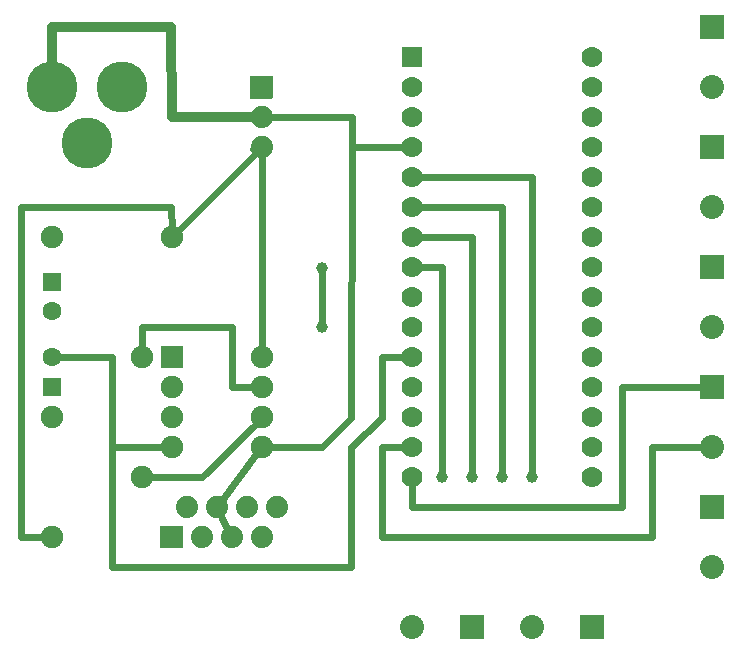
<source format=gbl>
G04 MADE WITH FRITZING*
G04 WWW.FRITZING.ORG*
G04 DOUBLE SIDED*
G04 HOLES PLATED*
G04 CONTOUR ON CENTER OF CONTOUR VECTOR*
%ASAXBY*%
%FSLAX23Y23*%
%MOIN*%
%OFA0B0*%
%SFA1.0B1.0*%
%ADD10C,0.070000*%
%ADD11C,0.074000*%
%ADD12C,0.170000*%
%ADD13C,0.080000*%
%ADD14C,0.075000*%
%ADD15C,0.062992*%
%ADD16C,0.039370*%
%ADD17R,0.069972X0.070000*%
%ADD18R,0.080000X0.080000*%
%ADD19R,0.075000X0.075000*%
%ADD20R,0.062992X0.062992*%
%ADD21C,0.032000*%
%ADD22C,0.024000*%
%ADD23R,0.001000X0.001000*%
%LNCOPPER0*%
G90*
G70*
G54D10*
X1411Y2193D03*
X1411Y2093D03*
X1411Y1993D03*
X1411Y1893D03*
X1411Y1793D03*
X1411Y1693D03*
X1411Y1593D03*
X1411Y1493D03*
X1411Y1393D03*
X1411Y1293D03*
X1411Y1193D03*
X1411Y1093D03*
X1411Y993D03*
X1411Y893D03*
X1411Y793D03*
X2011Y2193D03*
X2011Y2093D03*
X2011Y1993D03*
X2011Y1893D03*
X2011Y1793D03*
X2011Y1693D03*
X2011Y1593D03*
X2011Y1493D03*
X2011Y1393D03*
X2011Y1293D03*
X2011Y1193D03*
X2011Y1093D03*
X2011Y993D03*
X2011Y893D03*
X2011Y793D03*
G54D11*
X911Y2093D03*
X911Y1993D03*
X911Y1893D03*
G54D12*
X447Y2093D03*
X211Y2093D03*
X329Y1908D03*
G54D13*
X2411Y2293D03*
X2411Y2093D03*
X2011Y293D03*
X1811Y293D03*
X2411Y1893D03*
X2411Y1693D03*
X1611Y293D03*
X1411Y293D03*
X2411Y693D03*
X2411Y493D03*
X2411Y1493D03*
X2411Y1293D03*
X2411Y1093D03*
X2411Y893D03*
G54D11*
X961Y693D03*
X911Y593D03*
X861Y693D03*
X761Y693D03*
X661Y693D03*
X811Y593D03*
X711Y593D03*
X611Y593D03*
G54D14*
X611Y1193D03*
X911Y1193D03*
X611Y1093D03*
X911Y1093D03*
X611Y993D03*
X911Y993D03*
X611Y893D03*
X911Y893D03*
X511Y793D03*
X511Y1193D03*
G54D15*
X211Y1094D03*
X211Y1193D03*
X211Y1445D03*
X211Y1347D03*
G54D14*
X211Y993D03*
X211Y593D03*
X211Y1593D03*
X611Y1593D03*
G54D16*
X1111Y1293D03*
X1711Y793D03*
X1611Y793D03*
X1511Y793D03*
X1811Y793D03*
X1111Y1492D03*
G54D17*
X1411Y2193D03*
G54D18*
X2411Y2293D03*
X2011Y293D03*
X2411Y1893D03*
X1611Y293D03*
X2411Y693D03*
X2411Y1493D03*
X2411Y1093D03*
G54D19*
X611Y1193D03*
G54D20*
X211Y1094D03*
X211Y1445D03*
G54D21*
X610Y2293D02*
X211Y2293D01*
D02*
X880Y1993D02*
X612Y1993D01*
D02*
X612Y1993D02*
X610Y2293D01*
D02*
X211Y2293D02*
X211Y2163D01*
G54D22*
D02*
X1211Y1993D02*
X1211Y1893D01*
D02*
X1211Y1893D02*
X1382Y1893D01*
D02*
X942Y1993D02*
X1211Y1993D01*
D02*
X1112Y894D02*
X940Y893D01*
D02*
X1210Y992D02*
X1112Y894D01*
D02*
X1211Y1893D02*
X1210Y992D01*
D02*
X894Y870D02*
X780Y717D01*
D02*
X775Y665D02*
X797Y620D01*
D02*
X911Y1221D02*
X911Y1893D01*
D02*
X882Y1093D02*
X811Y1093D01*
D02*
X811Y1293D02*
X511Y1293D01*
D02*
X511Y1293D02*
X511Y1221D01*
D02*
X811Y1093D02*
X811Y1293D01*
D02*
X711Y793D02*
X540Y793D01*
D02*
X891Y972D02*
X711Y793D01*
D02*
X1411Y693D02*
X1411Y764D01*
D02*
X2111Y693D02*
X1411Y693D01*
D02*
X2380Y1093D02*
X2111Y1093D01*
D02*
X2111Y1093D02*
X2111Y693D01*
D02*
X2211Y893D02*
X2211Y593D01*
D02*
X2211Y593D02*
X1311Y593D01*
D02*
X2380Y893D02*
X2211Y893D01*
D02*
X1311Y593D02*
X1311Y893D01*
D02*
X1311Y893D02*
X1382Y893D01*
D02*
X1811Y812D02*
X1811Y1793D01*
D02*
X1811Y1793D02*
X1440Y1793D01*
D02*
X1711Y812D02*
X1711Y1693D01*
D02*
X1711Y1693D02*
X1440Y1693D01*
D02*
X1611Y1593D02*
X1611Y812D01*
D02*
X1440Y1593D02*
X1611Y1593D01*
D02*
X1511Y1493D02*
X1511Y812D01*
D02*
X1440Y1493D02*
X1511Y1493D01*
D02*
X411Y493D02*
X1210Y493D01*
D02*
X411Y894D02*
X411Y493D01*
D02*
X1210Y493D02*
X1210Y894D01*
D02*
X1210Y894D02*
X1311Y992D01*
D02*
X1311Y1194D02*
X1382Y1193D01*
D02*
X582Y893D02*
X411Y894D01*
D02*
X1311Y992D02*
X1311Y1194D01*
D02*
X411Y1194D02*
X411Y894D01*
D02*
X238Y1193D02*
X411Y1194D01*
D02*
X411Y894D02*
X582Y893D01*
D02*
X910Y1892D02*
X881Y1886D01*
D02*
X631Y1613D02*
X910Y1892D01*
D02*
X110Y594D02*
X110Y1693D01*
D02*
X110Y1693D02*
X610Y1693D01*
D02*
X610Y1693D02*
X611Y1621D01*
D02*
X182Y593D02*
X110Y594D01*
D02*
X1111Y1473D02*
X1111Y1312D01*
G54D23*
X874Y2129D02*
X947Y2129D01*
X874Y2128D02*
X947Y2128D01*
X874Y2127D02*
X947Y2127D01*
X874Y2126D02*
X947Y2126D01*
X874Y2125D02*
X947Y2125D01*
X874Y2124D02*
X947Y2124D01*
X874Y2123D02*
X947Y2123D01*
X874Y2122D02*
X947Y2122D01*
X874Y2121D02*
X947Y2121D01*
X874Y2120D02*
X947Y2120D01*
X874Y2119D02*
X947Y2119D01*
X874Y2118D02*
X947Y2118D01*
X874Y2117D02*
X947Y2117D01*
X874Y2116D02*
X947Y2116D01*
X874Y2115D02*
X947Y2115D01*
X874Y2114D02*
X947Y2114D01*
X874Y2113D02*
X947Y2113D01*
X874Y2112D02*
X905Y2112D01*
X915Y2112D02*
X947Y2112D01*
X874Y2111D02*
X902Y2111D01*
X919Y2111D02*
X947Y2111D01*
X874Y2110D02*
X900Y2110D01*
X920Y2110D02*
X947Y2110D01*
X874Y2109D02*
X898Y2109D01*
X922Y2109D02*
X947Y2109D01*
X874Y2108D02*
X897Y2108D01*
X923Y2108D02*
X947Y2108D01*
X874Y2107D02*
X896Y2107D01*
X924Y2107D02*
X947Y2107D01*
X874Y2106D02*
X895Y2106D01*
X925Y2106D02*
X947Y2106D01*
X874Y2105D02*
X894Y2105D01*
X926Y2105D02*
X947Y2105D01*
X874Y2104D02*
X894Y2104D01*
X927Y2104D02*
X947Y2104D01*
X874Y2103D02*
X893Y2103D01*
X928Y2103D02*
X947Y2103D01*
X874Y2102D02*
X892Y2102D01*
X928Y2102D02*
X947Y2102D01*
X874Y2101D02*
X892Y2101D01*
X929Y2101D02*
X947Y2101D01*
X874Y2100D02*
X891Y2100D01*
X929Y2100D02*
X947Y2100D01*
X874Y2099D02*
X891Y2099D01*
X929Y2099D02*
X947Y2099D01*
X874Y2098D02*
X891Y2098D01*
X930Y2098D02*
X947Y2098D01*
X874Y2097D02*
X891Y2097D01*
X930Y2097D02*
X947Y2097D01*
X874Y2096D02*
X890Y2096D01*
X930Y2096D02*
X947Y2096D01*
X874Y2095D02*
X890Y2095D01*
X930Y2095D02*
X947Y2095D01*
X874Y2094D02*
X890Y2094D01*
X930Y2094D02*
X947Y2094D01*
X874Y2093D02*
X890Y2093D01*
X930Y2093D02*
X947Y2093D01*
X874Y2092D02*
X890Y2092D01*
X930Y2092D02*
X947Y2092D01*
X874Y2091D02*
X890Y2091D01*
X930Y2091D02*
X947Y2091D01*
X874Y2090D02*
X890Y2090D01*
X930Y2090D02*
X947Y2090D01*
X874Y2089D02*
X891Y2089D01*
X930Y2089D02*
X947Y2089D01*
X874Y2088D02*
X891Y2088D01*
X930Y2088D02*
X947Y2088D01*
X874Y2087D02*
X891Y2087D01*
X929Y2087D02*
X947Y2087D01*
X874Y2086D02*
X891Y2086D01*
X929Y2086D02*
X947Y2086D01*
X874Y2085D02*
X892Y2085D01*
X929Y2085D02*
X947Y2085D01*
X874Y2084D02*
X892Y2084D01*
X928Y2084D02*
X947Y2084D01*
X874Y2083D02*
X893Y2083D01*
X928Y2083D02*
X947Y2083D01*
X874Y2082D02*
X893Y2082D01*
X927Y2082D02*
X947Y2082D01*
X874Y2081D02*
X894Y2081D01*
X926Y2081D02*
X947Y2081D01*
X874Y2080D02*
X895Y2080D01*
X925Y2080D02*
X947Y2080D01*
X874Y2079D02*
X896Y2079D01*
X925Y2079D02*
X947Y2079D01*
X874Y2078D02*
X897Y2078D01*
X923Y2078D02*
X947Y2078D01*
X874Y2077D02*
X898Y2077D01*
X922Y2077D02*
X947Y2077D01*
X874Y2076D02*
X900Y2076D01*
X921Y2076D02*
X947Y2076D01*
X874Y2075D02*
X902Y2075D01*
X919Y2075D02*
X947Y2075D01*
X874Y2074D02*
X905Y2074D01*
X916Y2074D02*
X947Y2074D01*
X874Y2073D02*
X947Y2073D01*
X874Y2072D02*
X947Y2072D01*
X874Y2071D02*
X947Y2071D01*
X874Y2070D02*
X947Y2070D01*
X874Y2069D02*
X947Y2069D01*
X874Y2068D02*
X947Y2068D01*
X874Y2067D02*
X947Y2067D01*
X874Y2066D02*
X947Y2066D01*
X874Y2065D02*
X947Y2065D01*
X874Y2064D02*
X947Y2064D01*
X874Y2063D02*
X947Y2063D01*
X874Y2062D02*
X947Y2062D01*
X874Y2061D02*
X947Y2061D01*
X874Y2060D02*
X947Y2060D01*
X874Y2059D02*
X947Y2059D01*
X874Y2058D02*
X947Y2058D01*
X874Y2057D02*
X947Y2057D01*
X874Y2056D02*
X946Y2056D01*
X574Y630D02*
X646Y630D01*
X574Y629D02*
X647Y629D01*
X574Y628D02*
X647Y628D01*
X574Y627D02*
X647Y627D01*
X574Y626D02*
X647Y626D01*
X574Y625D02*
X647Y625D01*
X574Y624D02*
X647Y624D01*
X574Y623D02*
X647Y623D01*
X574Y622D02*
X647Y622D01*
X574Y621D02*
X647Y621D01*
X574Y620D02*
X647Y620D01*
X574Y619D02*
X647Y619D01*
X574Y618D02*
X647Y618D01*
X574Y617D02*
X647Y617D01*
X574Y616D02*
X647Y616D01*
X574Y615D02*
X647Y615D01*
X574Y614D02*
X647Y614D01*
X574Y613D02*
X647Y613D01*
X574Y612D02*
X605Y612D01*
X616Y612D02*
X647Y612D01*
X574Y611D02*
X602Y611D01*
X619Y611D02*
X647Y611D01*
X574Y610D02*
X600Y610D01*
X621Y610D02*
X647Y610D01*
X574Y609D02*
X598Y609D01*
X622Y609D02*
X647Y609D01*
X574Y608D02*
X597Y608D01*
X624Y608D02*
X647Y608D01*
X574Y607D02*
X596Y607D01*
X625Y607D02*
X647Y607D01*
X574Y606D02*
X595Y606D01*
X626Y606D02*
X647Y606D01*
X574Y605D02*
X594Y605D01*
X626Y605D02*
X647Y605D01*
X574Y604D02*
X594Y604D01*
X627Y604D02*
X647Y604D01*
X574Y603D02*
X593Y603D01*
X628Y603D02*
X647Y603D01*
X574Y602D02*
X592Y602D01*
X628Y602D02*
X647Y602D01*
X574Y601D02*
X592Y601D01*
X629Y601D02*
X647Y601D01*
X574Y600D02*
X592Y600D01*
X629Y600D02*
X647Y600D01*
X574Y599D02*
X591Y599D01*
X630Y599D02*
X647Y599D01*
X574Y598D02*
X591Y598D01*
X630Y598D02*
X647Y598D01*
X574Y597D02*
X591Y597D01*
X630Y597D02*
X647Y597D01*
X574Y596D02*
X590Y596D01*
X630Y596D02*
X647Y596D01*
X574Y595D02*
X590Y595D01*
X630Y595D02*
X647Y595D01*
X574Y594D02*
X590Y594D01*
X630Y594D02*
X647Y594D01*
X574Y593D02*
X590Y593D01*
X631Y593D02*
X647Y593D01*
X574Y592D02*
X590Y592D01*
X630Y592D02*
X647Y592D01*
X574Y591D02*
X590Y591D01*
X630Y591D02*
X647Y591D01*
X574Y590D02*
X590Y590D01*
X630Y590D02*
X647Y590D01*
X574Y589D02*
X591Y589D01*
X630Y589D02*
X647Y589D01*
X574Y588D02*
X591Y588D01*
X630Y588D02*
X647Y588D01*
X574Y587D02*
X591Y587D01*
X629Y587D02*
X647Y587D01*
X574Y586D02*
X592Y586D01*
X629Y586D02*
X647Y586D01*
X574Y585D02*
X592Y585D01*
X629Y585D02*
X647Y585D01*
X574Y584D02*
X593Y584D01*
X628Y584D02*
X647Y584D01*
X574Y583D02*
X593Y583D01*
X628Y583D02*
X647Y583D01*
X574Y582D02*
X594Y582D01*
X627Y582D02*
X647Y582D01*
X574Y581D02*
X594Y581D01*
X626Y581D02*
X647Y581D01*
X574Y580D02*
X595Y580D01*
X625Y580D02*
X647Y580D01*
X574Y579D02*
X596Y579D01*
X625Y579D02*
X647Y579D01*
X574Y578D02*
X597Y578D01*
X623Y578D02*
X647Y578D01*
X574Y577D02*
X599Y577D01*
X622Y577D02*
X647Y577D01*
X574Y576D02*
X600Y576D01*
X620Y576D02*
X647Y576D01*
X574Y575D02*
X602Y575D01*
X619Y575D02*
X647Y575D01*
X574Y574D02*
X605Y574D01*
X615Y574D02*
X647Y574D01*
X574Y573D02*
X647Y573D01*
X574Y572D02*
X647Y572D01*
X574Y571D02*
X647Y571D01*
X574Y570D02*
X647Y570D01*
X574Y569D02*
X647Y569D01*
X574Y568D02*
X647Y568D01*
X574Y567D02*
X647Y567D01*
X574Y566D02*
X647Y566D01*
X574Y565D02*
X647Y565D01*
X574Y564D02*
X647Y564D01*
X574Y563D02*
X647Y563D01*
X574Y562D02*
X647Y562D01*
X574Y561D02*
X647Y561D01*
X574Y560D02*
X647Y560D01*
X574Y559D02*
X647Y559D01*
X574Y558D02*
X647Y558D01*
X574Y557D02*
X647Y557D01*
D02*
G04 End of Copper0*
M02*
</source>
